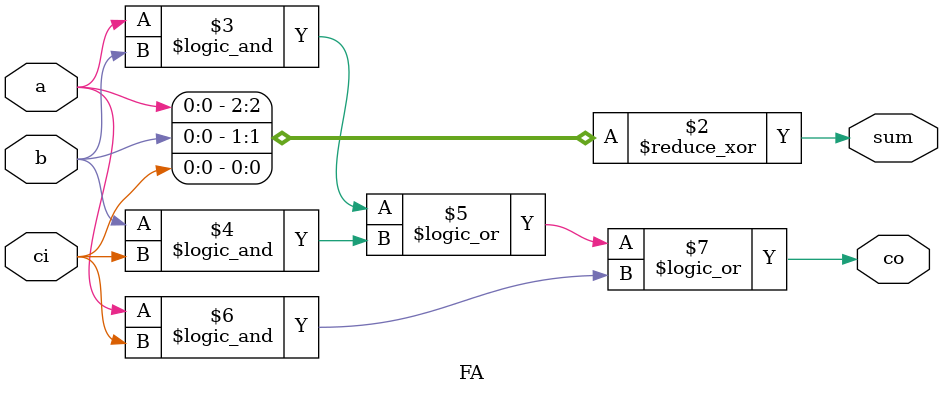
<source format=v>
`timescale 1ns/10ps
module FA(a, b, ci, sum, co);
  input   a, b, ci;
  output  sum, co;
  reg sum, co;
  always @ (*)
  begin
    sum <= ^{a,  b,  ci};
    co <= ((a&&b) || (b&&ci) || (a&&ci));
  end

endmodule

</source>
